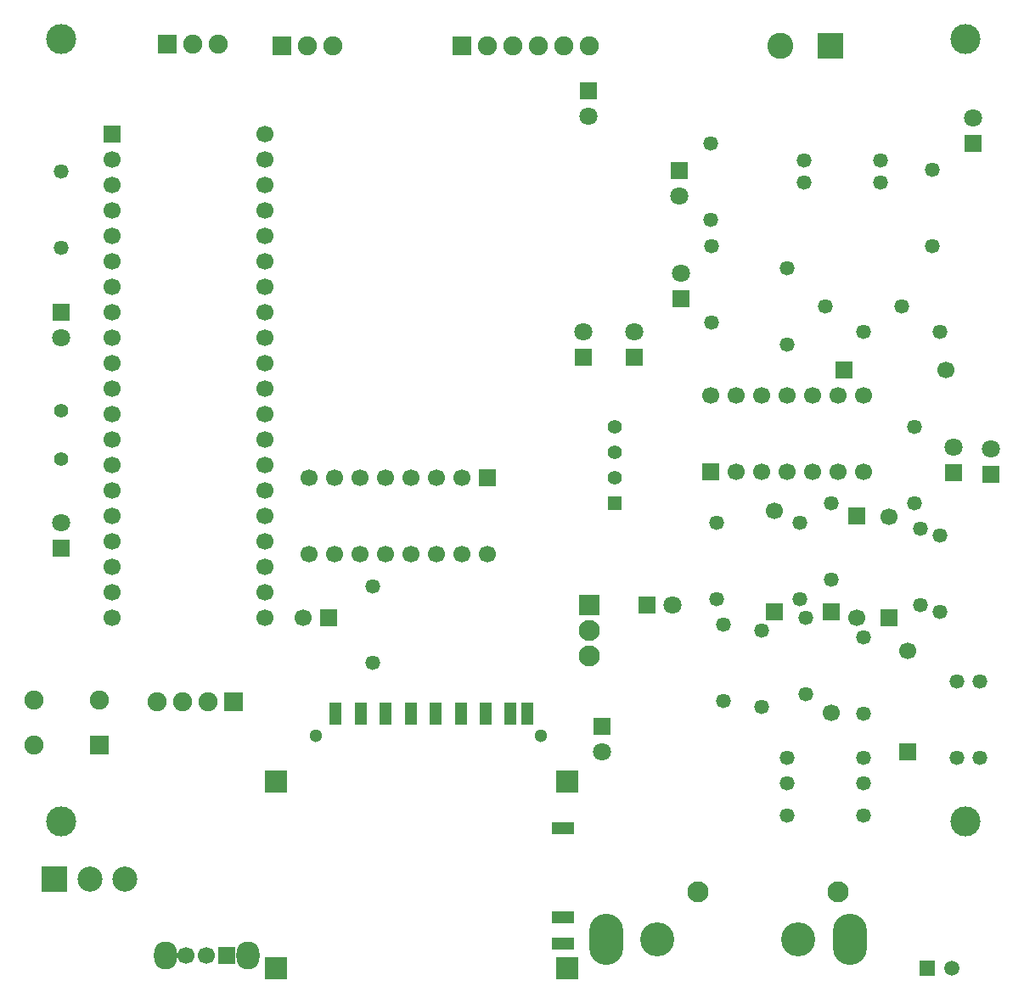
<source format=gbr>
%TF.GenerationSoftware,Novarm,DipTrace,3.2.0.1*%
%TF.CreationDate,2018-03-01T22:24:21+00:00*%
%FSLAX26Y26*%
%MOIN*%
%TF.FileFunction,Soldermask,Bot*%
%TF.Part,Single*%
%ADD15C,0.074803*%
%ADD21R,0.059055X0.059055*%
%ADD22C,0.059055*%
%ADD32R,0.066929X0.066929*%
%ADD33C,0.066929*%
%ADD36R,0.074803X0.074803*%
%ADD43C,0.051181*%
%ADD44C,0.11811*%
%ADD58C,0.102362*%
%ADD60R,0.102362X0.102362*%
%ADD61R,0.086614X0.086614*%
%ADD62C,0.055118*%
%ADD64R,0.055118X0.055118*%
%ADD66R,0.082677X0.082677*%
%ADD67C,0.057874*%
%ADD69C,0.057874*%
%ADD71R,0.070866X0.070866*%
%ADD72C,0.070866*%
%ADD73C,0.055874*%
%ADD77R,0.086614X0.047244*%
%ADD79R,0.051181X0.086614*%
%ADD81O,0.090551X0.110236*%
%ADD83C,0.098425*%
%ADD84C,0.082677*%
%ADD85R,0.098425X0.098425*%
%ADD86C,0.133858*%
%ADD88O,0.133858X0.200787*%
G75*
G01*
%LPD*%
D84*
X3093701Y793701D3*
X3644882D3*
D88*
X3690157Y606693D3*
D86*
X3487402D3*
X2936220D3*
D88*
X2733465D3*
D85*
X568701Y843701D3*
D83*
X706496D3*
X844291D3*
D32*
X1243701Y543701D3*
D33*
X1164961D3*
X1086220D3*
D81*
X1326378D3*
X1003543D3*
D79*
X2424803Y1493701D3*
X2357874D3*
X2262402D3*
X2163976D3*
X2065551D3*
X1967126D3*
X1868701D3*
X1770276D3*
D61*
X2580118Y1227951D3*
Y493699D3*
X1438386D3*
Y1227951D3*
D77*
X2564370Y1044881D3*
Y590157D3*
Y692518D3*
D79*
X1671850Y1493701D3*
D43*
X2477756Y1407087D3*
X1595866D3*
D21*
X3993701Y493701D3*
D22*
X4092126D3*
D73*
X593701Y2493701D3*
Y2683701D3*
D32*
X793701Y3768701D3*
D33*
Y3668701D3*
Y3568701D3*
Y3468701D3*
Y3368701D3*
Y3268701D3*
Y3168701D3*
Y3068701D3*
Y2968701D3*
Y2868701D3*
Y2768701D3*
Y2668701D3*
Y2568701D3*
Y2468701D3*
Y2368701D3*
Y2268701D3*
Y2168701D3*
Y2068701D3*
Y1968701D3*
Y1868701D3*
X1393701D3*
Y1968701D3*
Y2068701D3*
Y2168701D3*
Y2268701D3*
Y2368701D3*
Y2468701D3*
Y2568701D3*
Y2668701D3*
Y2768701D3*
Y2868701D3*
Y2968701D3*
Y3068701D3*
Y3168701D3*
Y3268701D3*
Y3368701D3*
Y3468701D3*
Y3568701D3*
Y3668701D3*
Y3768701D3*
D72*
X593701Y2968701D3*
D71*
Y3068701D3*
D72*
Y2243701D3*
D71*
Y2143701D3*
D36*
X743701Y1368701D3*
D15*
Y1545866D3*
X487795D3*
Y1368701D3*
D72*
X2843701Y2993701D3*
D71*
Y2893701D3*
D32*
X3143701Y2443701D3*
D33*
X3243701D3*
X3343701D3*
X3443701D3*
X3543701D3*
X3643701D3*
X3743701D3*
Y2743701D3*
X3643701D3*
X3543701D3*
X3443701D3*
X3343701D3*
X3243701D3*
X3143701D3*
D69*
X3193701Y1843701D3*
D67*
Y1543701D3*
D69*
X3343701Y1818701D3*
D67*
Y1518701D3*
D32*
X3618701Y1893701D3*
D33*
Y1496063D3*
D32*
X3393701Y1893701D3*
D33*
Y2291339D3*
D69*
X3518701Y1868701D3*
D67*
Y1568701D3*
D69*
X3493701Y1943701D3*
D67*
Y2243701D3*
D69*
X3618701Y2318701D3*
D67*
Y2018701D3*
D69*
X3168701Y1943701D3*
D67*
Y2243701D3*
D32*
X2268701Y2418701D3*
D33*
X2168701D3*
X2068701D3*
X1968701D3*
X1868701D3*
X1768701D3*
X1668701D3*
X1568701D3*
Y2118701D3*
X1668701D3*
X1768701D3*
X1868701D3*
X1968701D3*
X2068701D3*
X2168701D3*
X2268701D3*
X1543701Y1868701D3*
D32*
X1643701D3*
D69*
X1818701Y1993701D3*
D67*
Y1693701D3*
D66*
X2668701Y1918701D3*
D84*
Y1818701D3*
Y1718701D3*
D72*
X2993701Y1918701D3*
D71*
X2893701D3*
D72*
X2718701Y1343701D3*
D71*
Y1443701D3*
D64*
X2768701Y2318701D3*
D62*
Y2418701D3*
Y2518701D3*
Y2618701D3*
D69*
X3943701D3*
D67*
Y2318701D3*
D69*
X3743701Y2993701D3*
D67*
X4043701D3*
D69*
X3743701Y1218701D3*
D67*
X3443701D3*
D69*
X3743701Y1093701D3*
D67*
X3443701D3*
D32*
X3718701Y2268701D3*
D33*
Y1871063D3*
D32*
X3843701Y1868701D3*
D33*
Y2266339D3*
D69*
X3743701Y1793701D3*
D67*
Y1493701D3*
D69*
Y1318701D3*
D67*
X3443701D3*
D32*
X3668701Y2843701D3*
D33*
X4066339D3*
D32*
X3918701Y1343701D3*
D33*
Y1741339D3*
D69*
X3968701Y1918701D3*
D67*
Y2218701D3*
D69*
X3443701Y2943701D3*
D67*
Y3243701D3*
D69*
X4043701Y2193701D3*
D67*
Y1893701D3*
D69*
X3893701Y3093701D3*
D67*
X3593701D3*
D69*
X4111915Y1619281D3*
D67*
Y1319281D3*
D69*
X4200777Y1619281D3*
D67*
Y1319281D3*
D72*
X4243991Y2534373D3*
D71*
Y2434373D3*
D72*
X4099146Y2538837D3*
D71*
Y2438837D3*
D69*
X3511735Y3580420D3*
D67*
X3811735D3*
D71*
X2643701Y2893701D3*
D72*
Y2993701D3*
D69*
X3512316Y3665688D3*
D67*
X3812316D3*
D69*
X4015218Y3628969D3*
D67*
Y3328969D3*
D69*
X3148234Y3331098D3*
D67*
Y3031098D3*
D72*
X3028941Y3221799D3*
D71*
Y3121799D3*
D69*
X3145139Y3434692D3*
D67*
Y3734692D3*
D72*
X3019932Y3525392D3*
D71*
Y3625392D3*
X4175726Y3732017D3*
D72*
Y3832017D3*
D36*
X1011585Y4123839D3*
D15*
X1111585D3*
X1211585D3*
D36*
X1460900Y4117967D3*
D15*
X1560900D3*
X1660900D3*
D60*
X3616005Y4117210D3*
D58*
X3419155D3*
D36*
X2169064Y4117709D3*
D15*
X2269064D3*
X2369064D3*
X2469064D3*
X2569064D3*
X2669064D3*
D72*
X2664058Y3840900D3*
D71*
Y3940900D3*
D69*
X594727Y3324777D3*
D67*
Y3624777D3*
D36*
X1272222Y1540495D3*
D15*
X1172222D3*
X1072222D3*
X972222D3*
D44*
X593701Y1068701D3*
X4143701D3*
X593701Y4143701D3*
X4143701D3*
M02*

</source>
